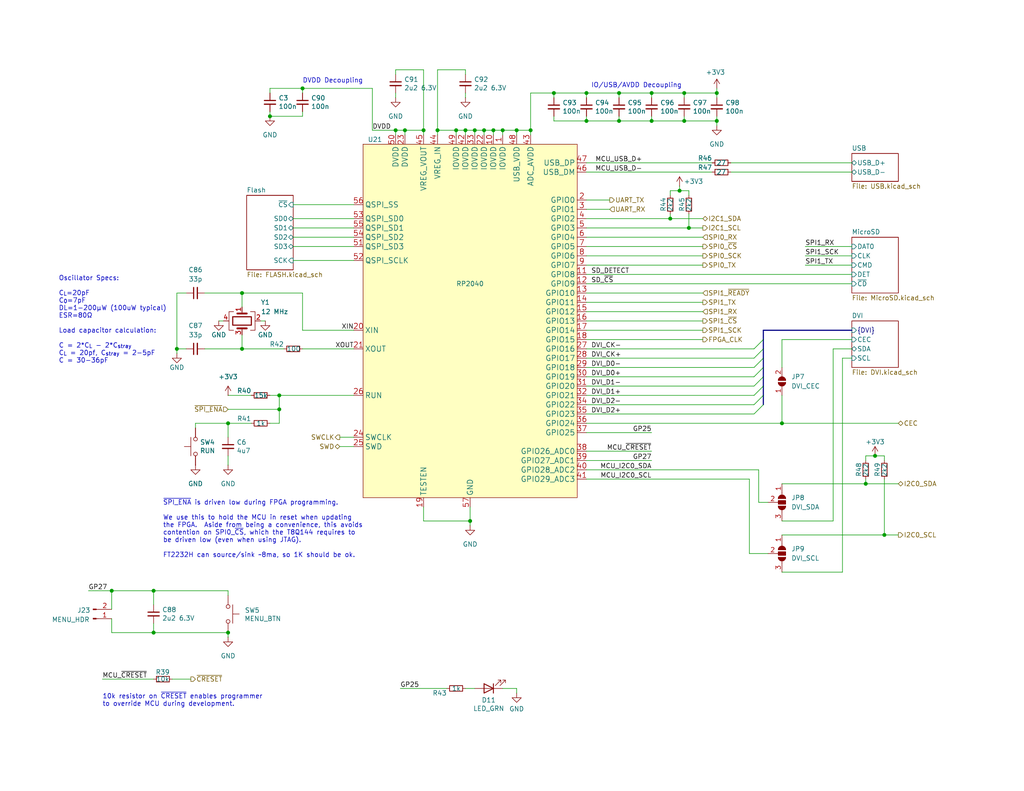
<source format=kicad_sch>
(kicad_sch (version 20231120) (generator "eeschema") (generator_version "8.0")
  (paper "A")
  (title_block (title "EconoPET 40/8096") (date "2023-10-01") (rev "A"))
  (lib_symbols
    (symbol "Connector:Conn_01x02_Pin" (pin_names (offset 1.016) hide)
      (property "Reference" "J" (at 0 2.54 0))
      (property "Value" "Conn_01x02_Pin" (at 0 -5.08 0))
      (symbol "Conn_01x02_Pin_1_1"
        (polyline (pts (xy 1.27 -2.54) (xy 0.8636 -2.54)) (stroke (width 0.1524)))
        (polyline (pts (xy 1.27 0) (xy 0.8636 0)) (stroke (width 0.1524)))
        (rectangle (start 0.8636 -2.413) (end 0 -2.667) (stroke (width 0.1524)) (fill (type outline)))
        (rectangle (start 0.8636 0.127) (end 0 -0.127) (stroke (width 0.1524)) (fill (type outline)))
        (pin passive line (at 5.08 0 180) (length 3.81) (name "Pin_1") (number "1"))
        (pin passive line (at 5.08 -2.54 180) (length 3.81) (name "Pin_2") (number "2"))
      )
    )
    (symbol "Device:C_Small" (pin_numbers hide) (pin_names (offset 0.254) hide)
      (property "Reference" "C" (at 0.254 1.778 0))
      (property "Value" "C_Small" (at 0.254 -2.032 0))
      (symbol "C_Small_0_1"
        (polyline (pts (xy -1.524 -0.508) (xy 1.524 -0.508)) (stroke (width 0.3302)))
        (polyline (pts (xy -1.524 0.508) (xy 1.524 0.508)) (stroke (width 0.3048)))
      )
      (symbol "C_Small_1_1"
        (pin passive line (at 0 2.54 270) (length 2.032) (name "~") (number "1"))
        (pin passive line (at 0 -2.54 90) (length 2.032) (name "~") (number "2"))
      )
    )
    (symbol "Device:Crystal_GND24" (pin_names (offset 1.016) hide)
      (property "Reference" "Y" (at 3.175 5.08 0))
      (property "Value" "Crystal_GND24" (at 3.175 3.175 0))
      (symbol "Crystal_GND24_0_1"
        (rectangle (start -1.143 2.54) (end 1.143 -2.54) (stroke (width 0.3048)))
        (polyline (pts (xy -2.54 0) (xy -2.032 0)))
        (polyline (pts (xy -2.032 -1.27) (xy -2.032 1.27)) (stroke (width 0.508)))
        (polyline (pts (xy 0 -3.81) (xy 0 -3.556)))
        (polyline (pts (xy 0 3.556) (xy 0 3.81)))
        (polyline (pts (xy 2.032 -1.27) (xy 2.032 1.27)) (stroke (width 0.508)))
        (polyline (pts (xy 2.032 0) (xy 2.54 0)))
        (polyline (pts (xy -2.54 -2.286) (xy -2.54 -3.556) (xy 2.54 -3.556) (xy 2.54 -2.286)))
        (polyline (pts (xy -2.54 2.286) (xy -2.54 3.556) (xy 2.54 3.556) (xy 2.54 2.286)))
      )
      (symbol "Crystal_GND24_1_1"
        (pin passive line (at -3.81 0 0) (length 1.27) (name "1") (number "1"))
        (pin passive line (at 0 5.08 270) (length 1.27) (name "2") (number "2"))
        (pin passive line (at 3.81 0 180) (length 1.27) (name "3") (number "3"))
        (pin passive line (at 0 -5.08 90) (length 1.27) (name "4") (number "4"))
      )
    )
    (symbol "Device:LED" (pin_numbers hide) (pin_names (offset 1.016) hide)
      (property "Reference" "D" (at 0 2.54 0))
      (property "Value" "LED" (at 0 -2.54 0))
      (symbol "LED_0_1"
        (polyline (pts (xy -1.27 -1.27) (xy -1.27 1.27)) (stroke (width 0.254)))
        (polyline (pts (xy -1.27 0) (xy 1.27 0)))
        (polyline (pts (xy 1.27 -1.27) (xy 1.27 1.27) (xy -1.27 0) (xy 1.27 -1.27)) (stroke (width 0.254)))
        (polyline (pts (xy -3.048 -0.762) (xy -4.572 -2.286) (xy -3.81 -2.286) (xy -4.572 -2.286) (xy -4.572 -1.524)))
        (polyline (pts (xy -1.778 -0.762) (xy -3.302 -2.286) (xy -2.54 -2.286) (xy -3.302 -2.286) (xy -3.302 -1.524)))
      )
      (symbol "LED_1_1"
        (pin passive line (at -3.81 0 0) (length 2.54) (name "K") (number "1"))
        (pin passive line (at 3.81 0 180) (length 2.54) (name "A") (number "2"))
      )
    )
    (symbol "Device:R_Small" (pin_numbers hide) (pin_names (offset 0.254) hide)
      (property "Reference" "R" (at 0.762 0.508 0))
      (property "Value" "R_Small" (at 0.762 -1.016 0))
      (symbol "R_Small_0_1"
        (rectangle (start -0.762 1.778) (end 0.762 -1.778) (stroke (width 0.2032)))
      )
      (symbol "R_Small_1_1"
        (pin passive line (at 0 2.54 270) (length 0.762) (name "~") (number "1"))
        (pin passive line (at 0 -2.54 90) (length 0.762) (name "~") (number "2"))
      )
    )
    (symbol "EconoPET:RP2040"
      (property "Reference" "U" (at -27.94 39.37 0))
      (property "Value" "RP2040" (at -3.81 0 0))
      (symbol "RP2040_0_0"
        (rectangle (start -29.21 38.1) (end 29.21 -58.42) (fill (type background)))
        (pin power_in line (at 8.89 40.64 270) (length 2.54) (name "IOVDD") (number "1"))
        (pin power_in line (at 6.35 40.64 270) (length 2.54) (name "IOVDD") (number "10"))
        (pin bidirectional line (at 31.75 2.54 180) (length 2.54) (name "GPIO8") (number "11"))
        (pin bidirectional line (at 31.75 0 180) (length 2.54) (name "GPIO9") (number "12"))
        (pin bidirectional line (at 31.75 -2.54 180) (length 2.54) (name "GPIO10") (number "13"))
        (pin bidirectional line (at 31.75 -5.08 180) (length 2.54) (name "GPIO11") (number "14"))
        (pin bidirectional line (at 31.75 -7.62 180) (length 2.54) (name "GPIO12") (number "15"))
        (pin bidirectional line (at 31.75 -10.16 180) (length 2.54) (name "GPIO13") (number "16"))
        (pin bidirectional line (at 31.75 -12.7 180) (length 2.54) (name "GPIO14") (number "17"))
        (pin bidirectional line (at 31.75 -15.24 180) (length 2.54) (name "GPIO15") (number "18"))
        (pin input line (at -12.7 -60.96 90) (length 2.54) (name "TESTEN") (number "19"))
        (pin bidirectional line (at 31.75 22.86 180) (length 2.54) (name "GPIO0") (number "2"))
        (pin input line (at -31.75 -12.7 0) (length 2.54) (name "XIN") (number "20"))
        (pin output line (at -31.75 -17.78 0) (length 2.54) (name "XOUT") (number "21"))
        (pin power_in line (at 3.81 40.64 270) (length 2.54) (name "IOVDD") (number "22"))
        (pin power_in line (at -17.78 40.64 270) (length 2.54) (name "DVDD") (number "23"))
        (pin output line (at -31.75 -41.91 0) (length 2.54) (name "SWCLK") (number "24"))
        (pin bidirectional line (at -31.75 -44.45 0) (length 2.54) (name "SWD") (number "25"))
        (pin input line (at -31.75 -30.48 0) (length 2.54) (name "RUN") (number "26"))
        (pin bidirectional line (at 31.75 -17.78 180) (length 2.54) (name "GPIO16") (number "27"))
        (pin bidirectional line (at 31.75 -20.32 180) (length 2.54) (name "GPIO17") (number "28"))
        (pin bidirectional line (at 31.75 -22.86 180) (length 2.54) (name "GPIO18") (number "29"))
        (pin bidirectional line (at 31.75 20.32 180) (length 2.54) (name "GPIO1") (number "3"))
        (pin bidirectional line (at 31.75 -25.4 180) (length 2.54) (name "GPIO19") (number "30"))
        (pin bidirectional line (at 31.75 -27.94 180) (length 2.54) (name "GPIO20") (number "31"))
        (pin bidirectional line (at 31.75 -30.48 180) (length 2.54) (name "GPIO21") (number "32"))
        (pin power_in line (at 1.27 40.64 270) (length 2.54) (name "IOVDD") (number "33"))
        (pin bidirectional line (at 31.75 -33.02 180) (length 2.54) (name "GPIO22") (number "34"))
        (pin bidirectional line (at 31.75 -35.56 180) (length 2.54) (name "GPIO23") (number "35"))
        (pin bidirectional line (at 31.75 -38.1 180) (length 2.54) (name "GPIO24") (number "36"))
        (pin bidirectional line (at 31.75 -40.64 180) (length 2.54) (name "GPIO25") (number "37"))
        (pin bidirectional line (at 31.75 -45.72 180) (length 2.54) (name "GPIO26_ADC0") (number "38"))
        (pin bidirectional line (at 31.75 -48.26 180) (length 2.54) (name "GPIO27_ADC1") (number "39"))
        (pin bidirectional line (at 31.75 17.78 180) (length 2.54) (name "GPIO2") (number "4"))
        (pin bidirectional line (at 31.75 -50.8 180) (length 2.54) (name "GPIO28_ADC2") (number "40"))
        (pin bidirectional line (at 31.75 -53.34 180) (length 2.54) (name "GPIO29_ADC3") (number "41"))
        (pin power_in line (at -1.27 40.64 270) (length 2.54) (name "IOVDD") (number "42"))
        (pin power_in line (at 16.51 40.64 270) (length 2.54) (name "ADC_AVDD") (number "43"))
        (pin power_in line (at -8.89 40.64 270) (length 2.54) (name "VREG_IN") (number "44"))
        (pin power_out line (at -12.7 40.64 270) (length 2.54) (name "VREG_VOUT") (number "45"))
        (pin bidirectional line (at 31.75 30.48 180) (length 2.54) (name "USB_DM") (number "46"))
        (pin bidirectional line (at 31.75 33.02 180) (length 2.54) (name "USB_DP") (number "47"))
        (pin power_in line (at 12.7 40.64 270) (length 2.54) (name "USB_VDD") (number "48"))
        (pin power_in line (at -3.81 40.64 270) (length 2.54) (name "IOVDD") (number "49"))
        (pin bidirectional line (at 31.75 15.24 180) (length 2.54) (name "GPIO3") (number "5"))
        (pin power_in line (at -20.32 40.64 270) (length 2.54) (name "DVDD") (number "50"))
        (pin bidirectional line (at -31.75 10.16 0) (length 2.54) (name "QSPI_SD3") (number "51"))
        (pin output line (at -31.75 6.35 0) (length 2.54) (name "QSPI_SCLK") (number "52"))
        (pin bidirectional line (at -31.75 17.78 0) (length 2.54) (name "QSPI_SD0") (number "53"))
        (pin bidirectional line (at -31.75 12.7 0) (length 2.54) (name "QSPI_SD2") (number "54"))
        (pin bidirectional line (at -31.75 15.24 0) (length 2.54) (name "QSPI_SD1") (number "55"))
        (pin bidirectional line (at -31.75 21.59 0) (length 2.54) (name "QSPI_SS") (number "56"))
        (pin power_in line (at 0 -60.96 90) (length 2.54) (name "GND") (number "57"))
        (pin bidirectional line (at 31.75 12.7 180) (length 2.54) (name "GPIO4") (number "6"))
        (pin bidirectional line (at 31.75 10.16 180) (length 2.54) (name "GPIO5") (number "7"))
        (pin bidirectional line (at 31.75 7.62 180) (length 2.54) (name "GPIO6") (number "8"))
        (pin bidirectional line (at 31.75 5.08 180) (length 2.54) (name "GPIO7") (number "9"))
      )
    )
    (symbol "Jumper:SolderJumper_2_Open" (pin_names (offset 0) hide)
      (property "Reference" "JP" (at 0 2.032 0))
      (property "Value" "SolderJumper_2_Open" (at 0 -2.54 0))
      (symbol "SolderJumper_2_Open_0_1"
        (arc (start -0.254 1.016) (mid -1.2655 0) (end -0.254 -1.016))
        (arc (start -0.254 1.016) (mid -1.2655 0) (end -0.254 -1.016) (fill (type outline)))
        (polyline (pts (xy -0.254 1.016) (xy -0.254 -1.016)))
        (polyline (pts (xy 0.254 1.016) (xy 0.254 -1.016)))
        (arc (start 0.254 -1.016) (mid 1.2655 0) (end 0.254 1.016))
        (arc (start 0.254 -1.016) (mid 1.2655 0) (end 0.254 1.016) (fill (type outline)))
      )
      (symbol "SolderJumper_2_Open_1_1"
        (pin passive line (at -3.81 0 0) (length 2.54) (name "A") (number "1"))
        (pin passive line (at 3.81 0 180) (length 2.54) (name "B") (number "2"))
      )
    )
    (symbol "Jumper:SolderJumper_3_Open" (pin_names (offset 0) hide)
      (property "Reference" "JP" (at -2.54 -2.54 0))
      (property "Value" "SolderJumper_3_Open" (at 0 2.794 0))
      (symbol "SolderJumper_3_Open_0_1"
        (arc (start -1.016 1.016) (mid -2.0275 0) (end -1.016 -1.016))
        (arc (start -1.016 1.016) (mid -2.0275 0) (end -1.016 -1.016) (fill (type outline)))
        (rectangle (start -0.508 1.016) (end 0.508 -1.016) (fill (type outline)))
        (polyline (pts (xy -2.54 0) (xy -2.032 0)))
        (polyline (pts (xy -1.016 1.016) (xy -1.016 -1.016)))
        (polyline (pts (xy 0 -1.27) (xy 0 -1.016)))
        (polyline (pts (xy 1.016 1.016) (xy 1.016 -1.016)))
        (polyline (pts (xy 2.54 0) (xy 2.032 0)))
        (arc (start 1.016 -1.016) (mid 2.0275 0) (end 1.016 1.016))
        (arc (start 1.016 -1.016) (mid 2.0275 0) (end 1.016 1.016) (fill (type outline)))
      )
      (symbol "SolderJumper_3_Open_1_1"
        (pin passive line (at -5.08 0 0) (length 2.54) (name "A") (number "1"))
        (pin passive line (at 0 -3.81 90) (length 2.54) (name "C") (number "2"))
        (pin passive line (at 5.08 0 180) (length 2.54) (name "B") (number "3"))
      )
    )
    (symbol "Switch:SW_Push" (pin_numbers hide) (pin_names (offset 1.016) hide)
      (property "Reference" "SW" (at 1.27 2.54 0))
      (property "Value" "SW_Push" (at 0 -1.524 0))
      (symbol "SW_Push_0_1"
        (circle (center -2.032 0) (radius 0.508))
        (polyline (pts (xy 0 1.27) (xy 0 3.048)))
        (polyline (pts (xy 2.54 1.27) (xy -2.54 1.27)))
        (circle (center 2.032 0) (radius 0.508))
        (pin passive line (at -5.08 0 0) (length 2.54) (name "1") (number "1"))
        (pin passive line (at 5.08 0 180) (length 2.54) (name "2") (number "2"))
      )
    )
    (symbol "power:+3V3" (power) (pin_numbers hide) (pin_names (offset 0) hide)
      (property "Value" "+3V3" (at 0 3.556 0))
      (symbol "+3V3_0_1"
        (polyline (pts (xy -0.762 1.27) (xy 0 2.54)))
        (polyline (pts (xy 0 0) (xy 0 2.54)))
        (polyline (pts (xy 0 2.54) (xy 0.762 1.27)))
      )
      (symbol "+3V3_1_1"
        (pin power_in line (at 0 0 90) (length 0) (name "~") (number "1"))
      )
    )
    (symbol "power:GND" (power) (pin_numbers hide) (pin_names (offset 0) hide)
      (property "Value" "GND" (at 0 -3.81 0))
      (symbol "GND_0_1"
        (polyline (pts (xy 0 0) (xy 0 -1.27) (xy 1.27 -1.27) (xy 0 -2.54) (xy -1.27 -1.27) (xy 0 -1.27)))
      )
      (symbol "GND_1_1"
        (pin power_in line (at 0 0 270) (length 0) (name "~") (number "1"))
      )
    )
  )
  (junction (at 134.62 35.56))
  (junction (at 110.49 35.56))
  (junction (at 41.91 161.29))
  (junction (at 195.58 25.4))
  (junction (at 41.91 172.72))
  (junction (at 182.88 59.69))
  (junction (at 177.8 33.02))
  (junction (at 119.38 35.56))
  (junction (at 160.02 33.02))
  (junction (at 151.13 25.4))
  (junction (at 62.23 115.57))
  (junction (at 160.02 25.4))
  (junction (at 66.04 80.01))
  (junction (at 82.55 24.13))
  (junction (at 168.91 33.02))
  (junction (at 48.26 95.25))
  (junction (at 238.76 124.46))
  (junction (at 185.42 52.07))
  (junction (at 62.23 172.72))
  (junction (at 76.2 111.76))
  (junction (at 186.69 25.4))
  (junction (at 115.57 35.56))
  (junction (at 129.54 35.56))
  (junction (at 168.91 25.4))
  (junction (at 195.58 33.02))
  (junction (at 128.27 142.24))
  (junction (at 107.95 35.56))
  (junction (at 236.22 132.08))
  (junction (at 213.36 115.57))
  (junction (at 66.04 95.25))
  (junction (at 144.78 35.56))
  (junction (at 76.2 107.95))
  (junction (at 132.08 35.56))
  (junction (at 186.69 33.02))
  (junction (at 241.3 146.05))
  (junction (at 127 35.56))
  (junction (at 187.96 62.23))
  (junction (at 177.8 25.4))
  (junction (at 137.16 35.56))
  (junction (at 140.97 35.56))
  (junction (at 30.48 161.29))
  (junction (at 73.66 31.75))
  (junction (at 124.46 35.56))
  (bus_entry (at 208.28 107.95) (size -2.54 2.54))
  (bus_entry (at 208.28 110.49) (size -2.54 2.54))
  (bus_entry (at 208.28 100.33) (size -2.54 2.54))
  (bus_entry (at 208.28 102.87) (size -2.54 2.54))
  (bus_entry (at 208.28 97.79) (size -2.54 2.54))
  (bus_entry (at 208.28 105.41) (size -2.54 2.54))
  (bus_entry (at 208.28 95.25) (size -2.54 2.54))
  (bus_entry (at 208.28 92.71) (size -2.54 2.54))
  (wire (pts (xy 186.69 25.4) (xy 186.69 26.67)))
  (wire (pts (xy 144.78 25.4) (xy 144.78 35.56)))
  (wire (pts (xy 241.3 124.46) (xy 241.3 125.73)))
  (wire (pts (xy 151.13 25.4) (xy 160.02 25.4)))
  (wire (pts (xy 160.02 72.39) (xy 191.77 72.39)))
  (wire (pts (xy 187.96 58.42) (xy 187.96 62.23)))
  (wire (pts (xy 92.71 119.38) (xy 96.52 119.38)))
  (wire (pts (xy 73.66 107.95) (xy 76.2 107.95)))
  (wire (pts (xy 185.42 52.07) (xy 187.96 52.07)))
  (wire (pts (xy 160.02 57.15) (xy 166.37 57.15)))
  (wire (pts (xy 177.8 25.4) (xy 186.69 25.4)))
  (wire (pts (xy 92.71 121.92) (xy 96.52 121.92)))
  (wire (pts (xy 160.02 125.73) (xy 177.8 125.73)))
  (wire (pts (xy 107.95 19.05) (xy 107.95 20.32)))
  (wire (pts (xy 134.62 35.56) (xy 132.08 35.56)))
  (wire (pts (xy 160.02 25.4) (xy 160.02 26.67)))
  (wire (pts (xy 160.02 46.99) (xy 194.31 46.99)))
  (wire (pts (xy 187.96 62.23) (xy 160.02 62.23)))
  (wire (pts (xy 213.36 92.71) (xy 213.36 100.33)))
  (wire (pts (xy 55.88 95.25) (xy 66.04 95.25)))
  (wire (pts (xy 207.01 128.27) (xy 207.01 137.16)))
  (wire (pts (xy 160.02 64.77) (xy 191.77 64.77)))
  (wire (pts (xy 199.39 44.45) (xy 232.41 44.45)))
  (wire (pts (xy 62.23 115.57) (xy 62.23 119.38)))
  (wire (pts (xy 76.2 111.76) (xy 76.2 107.95)))
  (wire (pts (xy 30.48 168.91) (xy 30.48 172.72)))
  (wire (pts (xy 187.96 52.07) (xy 187.96 53.34)))
  (wire (pts (xy 82.55 80.01) (xy 82.55 90.17)))
  (wire (pts (xy 62.23 124.46) (xy 62.23 127)))
  (wire (pts (xy 110.49 35.56) (xy 110.49 36.83)))
  (wire (pts (xy 219.71 69.85) (xy 232.41 69.85)))
  (wire (pts (xy 186.69 25.4) (xy 195.58 25.4)))
  (wire (pts (xy 236.22 125.73) (xy 236.22 124.46)))
  (wire (pts (xy 182.88 52.07) (xy 185.42 52.07)))
  (wire (pts (xy 134.62 35.56) (xy 134.62 36.83)))
  (wire (pts (xy 55.88 80.01) (xy 66.04 80.01)))
  (wire (pts (xy 73.66 24.13) (xy 82.55 24.13)))
  (wire (pts (xy 132.08 35.56) (xy 132.08 36.83)))
  (wire (pts (xy 168.91 25.4) (xy 177.8 25.4)))
  (wire (pts (xy 219.71 67.31) (xy 232.41 67.31)))
  (wire (pts (xy 132.08 35.56) (xy 129.54 35.56)))
  (wire (pts (xy 144.78 35.56) (xy 140.97 35.56)))
  (wire (pts (xy 160.02 102.87) (xy 205.74 102.87)))
  (wire (pts (xy 160.02 118.11) (xy 177.8 118.11)))
  (wire (pts (xy 76.2 115.57) (xy 76.2 111.76)))
  (wire (pts (xy 238.76 124.46) (xy 241.3 124.46)))
  (wire (pts (xy 115.57 19.05) (xy 115.57 35.56)))
  (wire (pts (xy 160.02 100.33) (xy 205.74 100.33)))
  (wire (pts (xy 186.69 31.75) (xy 186.69 33.02)))
  (wire (pts (xy 62.23 115.57) (xy 68.58 115.57)))
  (wire (pts (xy 186.69 33.02) (xy 177.8 33.02)))
  (wire (pts (xy 27.94 185.42) (xy 41.91 185.42)))
  (wire (pts (xy 48.26 80.01) (xy 48.26 95.25)))
  (wire (pts (xy 82.55 24.13) (xy 101.6 24.13)))
  (wire (pts (xy 213.36 92.71) (xy 232.41 92.71)))
  (wire (pts (xy 177.8 33.02) (xy 168.91 33.02)))
  (wire (pts (xy 160.02 77.47) (xy 232.41 77.47)))
  (wire (pts (xy 82.55 90.17) (xy 96.52 90.17)))
  (wire (pts (xy 160.02 90.17) (xy 191.77 90.17)))
  (wire (pts (xy 82.55 24.13) (xy 82.55 25.4)))
  (wire (pts (xy 213.36 115.57) (xy 245.11 115.57)))
  (wire (pts (xy 219.71 72.39) (xy 232.41 72.39)))
  (wire (pts (xy 82.55 95.25) (xy 96.52 95.25)))
  (wire (pts (xy 160.02 33.02) (xy 151.13 33.02)))
  (wire (pts (xy 80.01 64.77) (xy 96.52 64.77)))
  (wire (pts (xy 140.97 35.56) (xy 140.97 36.83)))
  (bus (pts (xy 208.28 90.17) (xy 208.28 92.71)))
  (wire (pts (xy 160.02 110.49) (xy 205.74 110.49)))
  (wire (pts (xy 30.48 172.72) (xy 41.91 172.72)))
  (wire (pts (xy 128.27 138.43) (xy 128.27 142.24)))
  (wire (pts (xy 48.26 95.25) (xy 50.8 95.25)))
  (wire (pts (xy 41.91 170.18) (xy 41.91 172.72)))
  (wire (pts (xy 59.69 87.63) (xy 60.96 87.63)))
  (wire (pts (xy 119.38 19.05) (xy 127 19.05)))
  (wire (pts (xy 110.49 35.56) (xy 107.95 35.56)))
  (wire (pts (xy 182.88 59.69) (xy 191.77 59.69)))
  (wire (pts (xy 107.95 19.05) (xy 115.57 19.05)))
  (wire (pts (xy 195.58 31.75) (xy 195.58 33.02)))
  (wire (pts (xy 229.87 97.79) (xy 229.87 156.21)))
  (wire (pts (xy 160.02 130.81) (xy 204.47 130.81)))
  (wire (pts (xy 160.02 85.09) (xy 191.77 85.09)))
  (wire (pts (xy 195.58 34.29) (xy 195.58 33.02)))
  (wire (pts (xy 62.23 107.95) (xy 68.58 107.95)))
  (wire (pts (xy 101.6 24.13) (xy 101.6 35.56)))
  (wire (pts (xy 151.13 33.02) (xy 151.13 31.75)))
  (wire (pts (xy 127 187.96) (xy 129.54 187.96)))
  (wire (pts (xy 160.02 107.95) (xy 205.74 107.95)))
  (wire (pts (xy 213.36 142.24) (xy 227.33 142.24)))
  (wire (pts (xy 82.55 31.75) (xy 73.66 31.75)))
  (wire (pts (xy 124.46 35.56) (xy 124.46 36.83)))
  (wire (pts (xy 182.88 58.42) (xy 182.88 59.69)))
  (wire (pts (xy 107.95 25.4) (xy 107.95 26.67)))
  (wire (pts (xy 160.02 69.85) (xy 191.77 69.85)))
  (bus (pts (xy 208.28 97.79) (xy 208.28 100.33)))
  (wire (pts (xy 168.91 25.4) (xy 168.91 26.67)))
  (wire (pts (xy 227.33 95.25) (xy 232.41 95.25)))
  (wire (pts (xy 80.01 59.69) (xy 96.52 59.69)))
  (wire (pts (xy 73.66 24.13) (xy 73.66 25.4)))
  (wire (pts (xy 213.36 132.08) (xy 236.22 132.08)))
  (wire (pts (xy 168.91 31.75) (xy 168.91 33.02)))
  (wire (pts (xy 109.22 187.96) (xy 121.92 187.96)))
  (wire (pts (xy 41.91 161.29) (xy 62.23 161.29)))
  (wire (pts (xy 66.04 80.01) (xy 66.04 83.82)))
  (wire (pts (xy 127 35.56) (xy 124.46 35.56)))
  (wire (pts (xy 160.02 87.63) (xy 191.77 87.63)))
  (bus (pts (xy 208.28 90.17) (xy 232.41 90.17)))
  (wire (pts (xy 160.02 105.41) (xy 205.74 105.41)))
  (wire (pts (xy 137.16 36.83) (xy 137.16 35.56)))
  (wire (pts (xy 127 35.56) (xy 127 36.83)))
  (wire (pts (xy 160.02 54.61) (xy 166.37 54.61)))
  (wire (pts (xy 160.02 67.31) (xy 191.77 67.31)))
  (wire (pts (xy 160.02 95.25) (xy 205.74 95.25)))
  (wire (pts (xy 128.27 142.24) (xy 128.27 143.51)))
  (wire (pts (xy 48.26 95.25) (xy 48.26 96.52)))
  (wire (pts (xy 182.88 59.69) (xy 160.02 59.69)))
  (wire (pts (xy 195.58 33.02) (xy 186.69 33.02)))
  (wire (pts (xy 53.34 115.57) (xy 62.23 115.57)))
  (wire (pts (xy 236.22 132.08) (xy 245.11 132.08)))
  (wire (pts (xy 160.02 82.55) (xy 191.77 82.55)))
  (wire (pts (xy 66.04 80.01) (xy 82.55 80.01)))
  (wire (pts (xy 227.33 142.24) (xy 227.33 95.25)))
  (wire (pts (xy 82.55 30.48) (xy 82.55 31.75)))
  (wire (pts (xy 41.91 161.29) (xy 41.91 165.1)))
  (wire (pts (xy 80.01 62.23) (xy 96.52 62.23)))
  (wire (pts (xy 73.66 115.57) (xy 76.2 115.57)))
  (wire (pts (xy 204.47 130.81) (xy 204.47 151.13)))
  (wire (pts (xy 236.22 130.81) (xy 236.22 132.08)))
  (bus (pts (xy 208.28 105.41) (xy 208.28 107.95)))
  (wire (pts (xy 80.01 55.88) (xy 96.52 55.88)))
  (wire (pts (xy 41.91 172.72) (xy 62.23 172.72)))
  (wire (pts (xy 62.23 111.76) (xy 76.2 111.76)))
  (wire (pts (xy 160.02 97.79) (xy 205.74 97.79)))
  (wire (pts (xy 119.38 35.56) (xy 119.38 19.05)))
  (wire (pts (xy 137.16 187.96) (xy 140.97 187.96)))
  (wire (pts (xy 30.48 161.29) (xy 41.91 161.29)))
  (wire (pts (xy 50.8 80.01) (xy 48.26 80.01)))
  (wire (pts (xy 160.02 74.93) (xy 232.41 74.93)))
  (wire (pts (xy 151.13 25.4) (xy 144.78 25.4)))
  (wire (pts (xy 160.02 92.71) (xy 191.77 92.71)))
  (wire (pts (xy 80.01 67.31) (xy 96.52 67.31)))
  (wire (pts (xy 66.04 95.25) (xy 66.04 91.44)))
  (wire (pts (xy 213.36 146.05) (xy 241.3 146.05)))
  (wire (pts (xy 127 19.05) (xy 127 20.32)))
  (wire (pts (xy 53.34 115.57) (xy 53.34 116.84)))
  (wire (pts (xy 182.88 53.34) (xy 182.88 52.07)))
  (wire (pts (xy 213.36 107.95) (xy 213.36 115.57)))
  (wire (pts (xy 137.16 35.56) (xy 140.97 35.56)))
  (wire (pts (xy 195.58 24.13) (xy 195.58 25.4)))
  (bus (pts (xy 208.28 102.87) (xy 208.28 105.41)))
  (wire (pts (xy 115.57 138.43) (xy 115.57 142.24)))
  (wire (pts (xy 137.16 35.56) (xy 134.62 35.56)))
  (wire (pts (xy 199.39 46.99) (xy 232.41 46.99)))
  (wire (pts (xy 119.38 36.83) (xy 119.38 35.56)))
  (wire (pts (xy 76.2 107.95) (xy 96.52 107.95)))
  (wire (pts (xy 185.42 50.8) (xy 185.42 52.07)))
  (wire (pts (xy 177.8 25.4) (xy 177.8 26.67)))
  (wire (pts (xy 46.99 185.42) (xy 52.07 185.42)))
  (wire (pts (xy 160.02 128.27) (xy 207.01 128.27)))
  (wire (pts (xy 144.78 36.83) (xy 144.78 35.56)))
  (wire (pts (xy 119.38 35.56) (xy 124.46 35.56)))
  (wire (pts (xy 160.02 44.45) (xy 194.31 44.45)))
  (bus (pts (xy 208.28 100.33) (xy 208.28 102.87)))
  (wire (pts (xy 71.12 87.63) (xy 72.39 87.63)))
  (wire (pts (xy 207.01 137.16) (xy 209.55 137.16)))
  (wire (pts (xy 101.6 35.56) (xy 107.95 35.56)))
  (bus (pts (xy 208.28 92.71) (xy 208.28 95.25)))
  (wire (pts (xy 160.02 31.75) (xy 160.02 33.02)))
  (wire (pts (xy 229.87 97.79) (xy 232.41 97.79)))
  (wire (pts (xy 115.57 142.24) (xy 128.27 142.24)))
  (wire (pts (xy 110.49 35.56) (xy 115.57 35.56)))
  (wire (pts (xy 24.13 161.29) (xy 30.48 161.29)))
  (wire (pts (xy 66.04 95.25) (xy 77.47 95.25)))
  (wire (pts (xy 151.13 26.67) (xy 151.13 25.4)))
  (wire (pts (xy 140.97 187.96) (xy 140.97 189.23)))
  (bus (pts (xy 208.28 95.25) (xy 208.28 97.79)))
  (wire (pts (xy 80.01 71.12) (xy 96.52 71.12)))
  (wire (pts (xy 62.23 172.72) (xy 62.23 173.99)))
  (wire (pts (xy 204.47 151.13) (xy 209.55 151.13)))
  (bus (pts (xy 208.28 107.95) (xy 208.28 110.49)))
  (wire (pts (xy 160.02 113.03) (xy 205.74 113.03)))
  (wire (pts (xy 236.22 124.46) (xy 238.76 124.46)))
  (wire (pts (xy 160.02 123.19) (xy 177.8 123.19)))
  (wire (pts (xy 195.58 25.4) (xy 195.58 26.67)))
  (wire (pts (xy 177.8 31.75) (xy 177.8 33.02)))
  (wire (pts (xy 129.54 35.56) (xy 129.54 36.83)))
  (wire (pts (xy 127 25.4) (xy 127 26.67)))
  (wire (pts (xy 229.87 156.21) (xy 213.36 156.21)))
  (wire (pts (xy 107.95 35.56) (xy 107.95 36.83)))
  (wire (pts (xy 62.23 161.29) (xy 62.23 162.56)))
  (wire (pts (xy 241.3 146.05) (xy 245.11 146.05)))
  (wire (pts (xy 168.91 33.02) (xy 160.02 33.02)))
  (wire (pts (xy 160.02 115.57) (xy 213.36 115.57)))
  (wire (pts (xy 160.02 80.01) (xy 191.77 80.01)))
  (wire (pts (xy 115.57 35.56) (xy 115.57 36.83)))
  (wire (pts (xy 73.66 30.48) (xy 73.66 31.75)))
  (wire (pts (xy 30.48 161.29) (xy 30.48 166.37)))
  (wire (pts (xy 129.54 35.56) (xy 127 35.56)))
  (wire (pts (xy 241.3 130.81) (xy 241.3 146.05)))
  (wire (pts (xy 160.02 25.4) (xy 168.91 25.4)))
  (wire (pts (xy 187.96 62.23) (xy 191.77 62.23)))
  (text "IO/USB/AVDD Decoupling" (at 161.29 24.13 0) (effects (font (size 1.27 1.27)) (justify left bottom)))
  (text "Oscillator Specs:\n\nC_{L}=20pF\nC_{0}=7pF\nDL=1-200μW (100uW typical)\nESR=80Ω\n\nLoad capacitor calculation:\n\nC = 2*C_{L} - 2*C_{stray}\nC_{L} = 20pf, C_{stray} = 2-5pF\nC = 30-36pF" (at 16.002 99.314 0) (effects (font (size 1.27 1.27)) (justify left bottom)))
  (text "~{SPI_ENA} is driven low during FPGA programming.\n\nWe use this to hold the MCU in reset when updating\nthe FPGA.  Aside from being a convenience, this avoids\ncontention on SPI0_~{CS}, which the T8Q144 requires to\nbe driven low (even when using JTAG).\n\nFT2232H can source/sink ~8ma, so 1K should be ok.\n" (at 44.45 152.4 0) (effects (font (size 1.27 1.27)) (justify left bottom)))
  (text "DVDD Decoupling" (at 82.55 22.86 0) (effects (font (size 1.27 1.27)) (justify left bottom)))
  (text "10k resistor on ~{CRESET} enables programmer\nto override MCU during development." (at 27.94 193.04 0) (effects (font (size 1.27 1.27)) (justify left bottom)))
  (label "DVI_CK+" (at 161.29 97.79 0))
  (label "DVI_D2-" (at 161.29 110.49 0))
  (label "DVI_D0+" (at 161.29 102.87 0))
  (label "DVI_CK-" (at 161.29 95.25 0))
  (label "MCU_~{CRESET}" (at 177.8 123.19 180))
  (label "DVI_D2+" (at 161.29 113.03 0))
  (label "XOUT" (at 96.52 95.25 180))
  (label "GP25" (at 109.22 187.96 0))
  (label "GP25" (at 177.8 118.11 180))
  (label "DVI_D1+" (at 161.29 107.95 0))
  (label "DVI_D1-" (at 161.29 105.41 0))
  (label "SPI1_RX" (at 219.71 67.31 0))
  (label "SPI1_TX" (at 219.71 72.39 0))
  (label "MCU_USB_D+" (at 175.26 44.45 180))
  (label "MCU_USB_D-" (at 175.26 46.99 180))
  (label "MCU_I2C0_SCL" (at 177.8 130.81 180))
  (label "GP27" (at 24.13 161.29 0))
  (label "SD_DETECT" (at 161.29 74.93 0))
  (label "MCU_~{CRESET}" (at 27.94 185.42 0))
  (label "SPI1_SCK" (at 219.71 69.85 0))
  (label "DVI_D0-" (at 161.29 100.33 0))
  (label "MCU_I2C0_SDA" (at 177.8 128.27 180))
  (label "SD_~{CS}" (at 161.29 77.47 0))
  (label "GP27" (at 177.8 125.73 180))
  (label "DVDD" (at 101.6 35.56 0))
  (label "XIN" (at 96.52 90.17 180))
  (hierarchical_label "I2C0_SDA" (shape bidirectional) (at 245.11 132.08 0))
  (hierarchical_label "FPGA_CLK" (shape output) (at 191.77 92.71 0))
  (hierarchical_label "I2C1_SDA" (shape bidirectional) (at 191.77 59.69 0))
  (hierarchical_label "~{CRESET}" (shape output) (at 52.07 185.42 0))
  (hierarchical_label "CEC" (shape bidirectional) (at 245.11 115.57 0))
  (hierarchical_label "SPI1_TX" (shape output) (at 191.77 82.55 0))
  (hierarchical_label "SPI1_RX" (shape input) (at 191.77 85.09 0))
  (hierarchical_label "~{SPI_ENA}" (shape input) (at 62.23 111.76 180))
  (hierarchical_label "SPI0_TX" (shape output) (at 191.77 72.39 0))
  (hierarchical_label "I2C1_SCL" (shape output) (at 191.77 62.23 0))
  (hierarchical_label "UART_TX" (shape output) (at 166.37 54.61 0))
  (hierarchical_label "SPI0_SCK" (shape output) (at 191.77 69.85 0))
  (hierarchical_label "I2C0_SCL" (shape output) (at 245.11 146.05 0))
  (hierarchical_label "SPI1_~{CS}" (shape output) (at 191.77 87.63 0))
  (hierarchical_label "UART_RX" (shape input) (at 166.37 57.15 0))
  (hierarchical_label "SPI1_~{READY}" (shape input) (at 191.77 80.01 0))
  (hierarchical_label "SPI1_SCK" (shape output) (at 191.77 90.17 0))
  (hierarchical_label "SWCLK" (shape output) (at 92.71 119.38 180))
  (hierarchical_label "SWD" (shape bidirectional) (at 92.71 121.92 180))
  (hierarchical_label "SPI0_~{CS}" (shape output) (at 191.77 67.31 0))
  (hierarchical_label "SPI0_RX" (shape input) (at 191.77 64.77 0))
  (symbol (lib_id "Device:C_Small") (at 160.02 29.21 0) (unit 1)
    (property "Reference" "C94" (at 162.3568 28.0416 0) (effects (justify left)))
    (property "Value" "100n" (at 162.3568 30.353 0) (effects (justify left)))
    (property "Footprint" "Capacitor_SMD:C_0402_1005Metric" (effects (hide yes)))
    (property "Datasheet" "https://datasheet.lcsc.com/lcsc/2304140030_Samsung-Electro-Mechanics-CL05B104KB54PNC_C307331.pdf" (effects (hide yes)))
    (property "LCSC" "C307331" (effects (hide yes)))
  )
  (symbol (lib_id "Device:C_Small") (at 53.34 95.25 90) (unit 1)
    (property "Reference" "C87" (at 53.3463 88.9 90))
    (property "Value" "33p" (at 53.3463 91.44 90))
    (property "Footprint" "Capacitor_SMD:C_0402_1005Metric" (effects (hide yes)))
    (property "Datasheet" "https://www.lcsc.com/datasheet/lcsc_datasheet_2304140030_FH--Guangdong-Fenghua-Advanced-Tech-0402CG330J500NT_C1562.pdf" (effects (hide yes)))
    (property "LCSC" "C1562" (effects (hide yes)))
  )
  (symbol (lib_id "Jumper:SolderJumper_3_Open") (at 213.36 137.16 270) (unit 1)
    (property "Reference" "JP8" (at 215.9 135.8899 90) (effects (justify left)))
    (property "Value" "DVI_SDA" (at 215.9 138.4299 90) (effects (justify left)))
    (property "Footprint" "Jumper:SolderJumper-3_P1.3mm_Open_RoundedPad1.0x1.5mm" (effects (hide yes)))
  )
  (symbol (lib_id "power:GND") (at 128.27 143.51 0) (unit 1)
    (property "Reference" "#PWR0156" (effects (hide yes)))
    (property "Value" "GND" (at 128.27 148.59 0))
    (property "Description" "Power symbol creates a global label with name \"GND\" , ground" (effects (hide yes)))
  )
  (symbol (lib_id "power:GND") (at 59.69 87.63 0) (unit 1)
    (property "Reference" "#PWR0148" (effects (hide yes)))
    (property "Value" "GND" (at 59.69 91.44 0))
    (property "Description" "Power symbol creates a global label with name \"GND\" , ground" (effects (hide yes)))
  )
  (symbol (lib_id "Device:C_Small") (at 195.58 29.21 0) (unit 1)
    (property "Reference" "C98" (at 197.9168 28.0416 0) (effects (justify left)))
    (property "Value" "100n" (at 197.9168 30.353 0) (effects (justify left)))
    (property "Footprint" "Capacitor_SMD:C_0402_1005Metric" (effects (hide yes)))
    (property "Datasheet" "https://datasheet.lcsc.com/lcsc/2304140030_Samsung-Electro-Mechanics-CL05B104KB54PNC_C307331.pdf" (effects (hide yes)))
    (property "LCSC" "C307331" (effects (hide yes)))
  )
  (symbol (lib_id "power:GND") (at 107.95 26.67 0) (unit 1)
    (property "Reference" "#PWR0154" (effects (hide yes)))
    (property "Value" "GND" (at 107.95 31.75 0))
    (property "Description" "Power symbol creates a global label with name \"GND\" , ground" (effects (hide yes)))
  )
  (symbol (lib_id "Device:C_Small") (at 53.34 80.01 90) (unit 1)
    (property "Reference" "C86" (at 53.3463 73.66 90))
    (property "Value" "33p" (at 53.3463 76.2 90))
    (property "Footprint" "Capacitor_SMD:C_0402_1005Metric" (effects (hide yes)))
    (property "Datasheet" "https://www.lcsc.com/datasheet/lcsc_datasheet_2304140030_FH--Guangdong-Fenghua-Advanced-Tech-0402CG330J500NT_C1562.pdf" (effects (hide yes)))
    (property "LCSC" "C1562" (effects (hide yes)))
  )
  (symbol (lib_id "power:GND") (at 48.26 96.52 0) (unit 1)
    (property "Reference" "#PWR0146" (effects (hide yes)))
    (property "Value" "GND" (at 48.26 100.33 0))
    (property "Description" "Power symbol creates a global label with name \"GND\" , ground" (effects (hide yes)))
  )
  (symbol (lib_id "EconoPET:RP2040") (at 128.27 77.47 0) (unit 1)
    (property "Reference" "U21" (at 100.33 38.1 0) (effects (justify left)))
    (property "Value" "RP2040" (at 124.46 77.47 0) (effects (justify left)))
    (property "Footprint" "EconoPET:LQFN-56_L7.0-W7.0-P0.4-EP" (effects (hide yes)))
    (property "Datasheet" "https://datasheet.lcsc.com/lcsc/2201101600_Raspberry-Pi-RP2040_C2040.pdf" (effects (hide yes)))
    (property "LCSC" "C2040" (effects (hide yes)))
  )
  (symbol (lib_id "Device:LED") (at 133.35 187.96 180) (unit 1)
    (property "Reference" "D11" (at 133.35 191.135 0))
    (property "Value" "LED_GRN" (at 133.35 193.4464 0))
    (property "Footprint" "LED_SMD:LED_0603_1608Metric" (effects (hide yes)))
    (property "Datasheet" "https://datasheet.lcsc.com/lcsc/1811101510_Everlight-Elec-19-217-GHC-YR1S2-3T_C72043.pdf" (effects (hide yes)))
    (property "LCSC" "C72043" (effects (hide yes)))
  )
  (symbol (lib_id "Device:R_Small") (at 187.96 55.88 0) (unit 1)
    (property "Reference" "R45" (at 186.055 57.785 90) (effects (justify left)))
    (property "Value" "2k2" (at 187.96 57.785 90) (effects (justify left)))
    (property "Footprint" "Resistor_SMD:R_0402_1005Metric" (effects (hide yes)))
    (property "Datasheet" "https://datasheet.lcsc.com/lcsc/2206010045_UNI-ROYAL-Uniroyal-Elec-0402WGF2201TCE_C25879.pdf" (effects (hide yes)))
    (property "LCSC" "C25879" (effects (hide yes)))
  )
  (symbol (lib_id "Jumper:SolderJumper_3_Open") (at 213.36 151.13 270) (unit 1)
    (property "Reference" "JP9" (at 215.9 149.8599 90) (effects (justify left)))
    (property "Value" "DVI_SCL" (at 215.9 152.3999 90) (effects (justify left)))
    (property "Footprint" "Jumper:SolderJumper-3_P1.3mm_Open_RoundedPad1.0x1.5mm" (effects (hide yes)))
  )
  (symbol (lib_id "Device:R_Small") (at 71.12 115.57 90) (unit 1)
    (property "Reference" "R41" (at 68.58 114.3 90) (effects (justify left)))
    (property "Value" "1k" (at 72.39 115.57 90) (effects (justify left)))
    (property "Footprint" "Resistor_SMD:R_0402_1005Metric" (effects (hide yes)))
    (property "Datasheet" "https://datasheet.lcsc.com/lcsc/2206010216_UNI-ROYAL-Uniroyal-Elec-0402WGF1001TCE_C11702.pdf" (effects (hide yes)))
    (property "LCSC" "C11702" (effects (hide yes)))
  )
  (symbol (lib_id "Device:R_Small") (at 44.45 185.42 90) (mirror x) (unit 1)
    (property "Reference" "R39" (at 46.355 183.515 90) (effects (justify left)))
    (property "Value" "10k" (at 46.228 185.42 90) (effects (justify left)))
    (property "Footprint" "Resistor_SMD:R_0402_1005Metric" (effects (hide yes)))
    (property "Datasheet" "https://datasheet.lcsc.com/lcsc/2206010100_UNI-ROYAL-Uniroyal-Elec-0402WGF1002TCE_C25744.pdf" (effects (hide yes)))
    (property "LCSC" "C25744" (effects (hide yes)))
  )
  (symbol (lib_id "power:GND") (at 73.66 31.75 0) (unit 1)
    (property "Reference" "#PWR0153" (effects (hide yes)))
    (property "Value" "GND" (at 73.66 36.83 0))
    (property "Description" "Power symbol creates a global label with name \"GND\" , ground" (effects (hide yes)))
  )
  (symbol (lib_id "Device:Crystal_GND24") (at 66.04 87.63 270) (unit 1)
    (property "Reference" "Y1" (at 72.39 82.55 90))
    (property "Value" "12 MHz" (at 74.93 85.09 90))
    (property "Footprint" "Crystal:Crystal_SMD_3225-4Pin_3.2x2.5mm" (effects (hide yes)))
    (property "Datasheet" "https://datasheet.lcsc.com/lcsc/2304140030_Yangxing-Tech-X322512MSB4SI_C9002.pdf" (effects (hide yes)))
    (property "LCSC" "C9002" (effects (hide yes)))
  )
  (symbol (lib_id "Device:R_Small") (at 124.46 187.96 90) (unit 1)
    (property "Reference" "R43" (at 121.92 189.23 90) (effects (justify left)))
    (property "Value" "1k" (at 125.73 187.96 90) (effects (justify left)))
    (property "Footprint" "Resistor_SMD:R_0402_1005Metric" (effects (hide yes)))
    (property "Datasheet" "https://datasheet.lcsc.com/lcsc/2206010216_UNI-ROYAL-Uniroyal-Elec-0402WGF1001TCE_C11702.pdf" (effects (hide yes)))
    (property "LCSC" "C11702" (effects (hide yes)))
  )
  (symbol (lib_id "Device:C_Small") (at 127 22.86 0) (unit 1)
    (property "Reference" "C92" (at 129.3368 21.6916 0) (effects (justify left)))
    (property "Value" "2u2 6.3V" (at 129.3368 24.003 0) (effects (justify left)))
    (property "Footprint" "Capacitor_SMD:C_0402_1005Metric" (effects (hide yes)))
    (property "Datasheet" "https://product.samsungsem.com/mlcc/CL05A225MQ5NSN.do" (effects (hide yes)))
    (property "LCSC" "C12530" (effects (hide yes)))
  )
  (symbol (lib_id "power:GND") (at 53.34 127 0) (unit 1)
    (property "Reference" "#PWR0147" (effects (hide yes)))
    (property "Value" "GND" (at 53.34 132.08 0))
    (property "Description" "Power symbol creates a global label with name \"GND\" , ground" (effects (hide yes)))
  )
  (symbol (lib_id "power:GND") (at 127 26.67 0) (unit 1)
    (property "Reference" "#PWR0155" (effects (hide yes)))
    (property "Value" "GND" (at 127 31.75 0))
    (property "Description" "Power symbol creates a global label with name \"GND\" , ground" (effects (hide yes)))
  )
  (symbol (lib_id "Switch:SW_Push") (at 53.34 121.92 90) (unit 1)
    (property "Reference" "SW4" (at 54.5592 120.7516 90) (effects (justify right)))
    (property "Value" "RUN" (at 54.5592 123.063 90) (effects (justify right)))
    (property "Footprint" "EconoPET:SW_PUSH_1P1T_6x3.5mm_H4.3_APEM_MJTP1243" (effects (hide yes)))
    (property "Amazon" "https://smile.amazon.com/dp/B008DS188Y" (effects (hide yes)))
    (property "Alt-LCSC" "C457531" (effects (hide yes)))
    (property "MOUSER" "611-PTS636SK43LFS" (effects (hide yes)))
  )
  (symbol (lib_id "Jumper:SolderJumper_2_Open") (at 213.36 104.14 90) (unit 1)
    (property "Reference" "JP7" (at 215.9 102.8699 90) (effects (justify right)))
    (property "Value" "DVI_CEC" (at 215.9 105.4099 90) (effects (justify right)))
    (property "Footprint" "Jumper:SolderJumper-2_P1.3mm_Open_RoundedPad1.0x1.5mm" (effects (hide yes)))
  )
  (symbol (lib_id "power:+3V3") (at 62.23 107.95 0) (unit 1)
    (property "Reference" "#PWR0149" (effects (hide yes)))
    (property "Value" "+3V3" (at 62.23 102.87 0))
    (property "Description" "Power symbol creates a global label with name \"+3V3\"" (effects (hide yes)))
  )
  (symbol (lib_id "Connector:Conn_01x02_Pin") (at 25.4 168.91 0) (mirror x) (unit 1)
    (property "Reference" "J23" (at 22.86 166.624 0))
    (property "Value" "MENU_HDR" (at 19.304 169.164 0))
    (property "Footprint" "Connector_PinHeader_2.54mm:PinHeader_1x02_P2.54mm_Vertical" (effects (hide yes)))
    (property "Description" "Generic connector, single row, 01x02, script generated" (effects (hide yes)))
    (property "MOUSER" "649-1012937891002BLF" (effects (hide yes)))
  )
  (symbol (lib_id "Device:C_Small") (at 82.55 27.94 0) (unit 1)
    (property "Reference" "C90" (at 84.8868 26.7716 0) (effects (justify left)))
    (property "Value" "100n" (at 84.8868 29.083 0) (effects (justify left)))
    (property "Footprint" "Capacitor_SMD:C_0402_1005Metric" (effects (hide yes)))
    (property "Datasheet" "https://datasheet.lcsc.com/lcsc/2304140030_Samsung-Electro-Mechanics-CL05B104KB54PNC_C307331.pdf" (effects (hide yes)))
    (property "LCSC" "C307331" (effects (hide yes)))
  )
  (symbol (lib_id "Device:R_Small") (at 196.85 46.99 90) (unit 1)
    (property "Reference" "R47" (at 194.31 45.72 90) (effects (justify left)))
    (property "Value" "27" (at 198.12 46.99 90) (effects (justify left)))
    (property "Footprint" "Resistor_SMD:R_0603_1608Metric" (effects (hide yes)))
    (property "Datasheet" "https://datasheet.lcsc.com/lcsc/2205311845_UNI-ROYAL-Uniroyal-Elec-0603WAF270JT5E_C25190.pdf" (effects (hide yes)))
    (property "LCSC" "C25190" (effects (hide yes)))
  )
  (symbol (lib_id "Device:R_Small") (at 80.01 95.25 90) (unit 1)
    (property "Reference" "R42" (at 77.47 93.98 90) (effects (justify left)))
    (property "Value" "100" (at 82.042 95.25 90) (effects (justify left)))
    (property "Footprint" "Resistor_SMD:R_0402_1005Metric" (effects (hide yes)))
    (property "Datasheet" "https://www.lcsc.com/datasheet/lcsc_datasheet_2205311900_UNI-ROYAL-Uniroyal-Elec-0402WGF1000TCE_C25076.pdf" (effects (hide yes)))
    (property "LCSC" "C25076" (effects (hide yes)))
  )
  (symbol (lib_id "Device:C_Small") (at 151.13 29.21 0) (unit 1)
    (property "Reference" "C93" (at 153.4668 28.0416 0) (effects (justify left)))
    (property "Value" "100n" (at 153.4668 30.353 0) (effects (justify left)))
    (property "Footprint" "Capacitor_SMD:C_0402_1005Metric" (effects (hide yes)))
    (property "Datasheet" "https://datasheet.lcsc.com/lcsc/2304140030_Samsung-Electro-Mechanics-CL05B104KB54PNC_C307331.pdf" (effects (hide yes)))
    (property "LCSC" "C307331" (effects (hide yes)))
  )
  (symbol (lib_id "power:+3V3") (at 185.42 50.8 0) (unit 1)
    (property "Reference" "#PWR0158" (effects (hide yes)))
    (property "Value" "+3V3" (at 189.23 49.53 0))
    (property "Description" "Power symbol creates a global label with name \"+3V3\"" (effects (hide yes)))
  )
  (symbol (lib_id "Device:C_Small") (at 107.95 22.86 0) (unit 1)
    (property "Reference" "C91" (at 110.2868 21.6916 0) (effects (justify left)))
    (property "Value" "2u2 6.3V" (at 110.2868 24.003 0) (effects (justify left)))
    (property "Footprint" "Capacitor_SMD:C_0402_1005Metric" (effects (hide yes)))
    (property "Datasheet" "https://product.samsungsem.com/mlcc/CL05A225MQ5NSN.do" (effects (hide yes)))
    (property "LCSC" "C12530" (effects (hide yes)))
  )
  (symbol (lib_id "Device:R_Small") (at 196.85 44.45 90) (unit 1)
    (property "Reference" "R46" (at 194.31 43.18 90) (effects (justify left)))
    (property "Value" "27" (at 198.12 44.45 90) (effects (justify left)))
    (property "Footprint" "Resistor_SMD:R_0603_1608Metric" (effects (hide yes)))
    (property "Datasheet" "https://datasheet.lcsc.com/lcsc/2205311845_UNI-ROYAL-Uniroyal-Elec-0603WAF270JT5E_C25190.pdf" (effects (hide yes)))
    (property "LCSC" "C25190" (effects (hide yes)))
  )
  (symbol (lib_id "power:GND") (at 62.23 127 0) (unit 1)
    (property "Reference" "#PWR0150" (effects (hide yes)))
    (property "Value" "GND" (at 62.23 132.08 0))
    (property "Description" "Power symbol creates a global label with name \"GND\" , ground" (effects (hide yes)))
  )
  (symbol (lib_id "Device:C_Small") (at 62.23 121.92 0) (unit 1)
    (property "Reference" "C6" (at 64.5668 120.7516 0) (effects (justify left)))
    (property "Value" "4u7" (at 64.5668 123.063 0) (effects (justify left)))
    (property "Footprint" "Capacitor_SMD:C_0402_1005Metric" (effects (hide yes)))
    (property "Datasheet" "https://www.lcsc.com/datasheet/lcsc_datasheet_2304140030_FH--Guangdong-Fenghua-Advanced-Tech-0402B472K500NT_C1538.pdf" (effects (hide yes)))
    (property "LCSC" "C1538" (effects (hide yes)))
  )
  (symbol (lib_id "power:GND") (at 140.97 189.23 0) (unit 1)
    (property "Reference" "#PWR0157" (effects (hide yes)))
    (property "Value" "GND" (at 140.97 193.548 0))
    (property "Description" "Power symbol creates a global label with name \"GND\" , ground" (effects (hide yes)))
  )
  (symbol (lib_id "Switch:SW_Push") (at 62.23 167.64 270) (mirror x) (unit 1)
    (property "Reference" "SW5" (at 70.866 166.624 90) (effects (justify right)))
    (property "Value" "MENU_BTN" (at 76.708 168.91 90) (effects (justify right)))
    (property "Footprint" "PET:APEM_MJTP1117" (effects (hide yes)))
    (property "Datasheet" "https://www.mouser.com/datasheet/2/26/APPMS00088_1-2538152.pdf" (effects (hide yes)))
    (property "MOUSER" "642-MJTP1117" (effects (hide yes)))
    (property "AliExpress" "https://www.aliexpress.us/item/2251832705063661.html" (effects (hide yes)))
  )
  (symbol (lib_id "power:GND") (at 72.39 87.63 0) (unit 1)
    (property "Reference" "#PWR0152" (effects (hide yes)))
    (property "Value" "GND" (at 72.39 91.44 0))
    (property "Description" "Power symbol creates a global label with name \"GND\" , ground" (effects (hide yes)))
  )
  (symbol (lib_id "Device:R_Small") (at 71.12 107.95 90) (unit 1)
    (property "Reference" "R40" (at 68.58 106.68 90) (effects (justify left)))
    (property "Value" "15k" (at 73.025 107.95 90) (effects (justify left)))
    (property "Footprint" "Resistor_SMD:R_0402_1005Metric" (effects (hide yes)))
    (property "Datasheet" "https://datasheet.lcsc.com/lcsc/2206010100_UNI-ROYAL-Uniroyal-Elec-0402WGF1502TCE_C25756.pdf" (effects (hide yes)))
    (property "LCSC" "C25756" (effects (hide yes)))
  )
  (symbol (lib_id "Device:R_Small") (at 182.88 55.88 0) (unit 1)
    (property "Reference" "R44" (at 180.975 57.785 90) (effects (justify left)))
    (property "Value" "2k2" (at 182.88 57.785 90) (effects (justify left)))
    (property "Footprint" "Resistor_SMD:R_0402_1005Metric" (effects (hide yes)))
    (property "Datasheet" "https://datasheet.lcsc.com/lcsc/2206010045_UNI-ROYAL-Uniroyal-Elec-0402WGF2201TCE_C25879.pdf" (effects (hide yes)))
    (property "LCSC" "C25879" (effects (hide yes)))
  )
  (symbol (lib_id "Device:C_Small") (at 177.8 29.21 0) (unit 1)
    (property "Reference" "C96" (at 180.1368 28.0416 0) (effects (justify left)))
    (property "Value" "100n" (at 180.1368 30.353 0) (effects (justify left)))
    (property "Footprint" "Capacitor_SMD:C_0402_1005Metric" (effects (hide yes)))
    (property "Datasheet" "https://datasheet.lcsc.com/lcsc/2304140030_Samsung-Electro-Mechanics-CL05B104KB54PNC_C307331.pdf" (effects (hide yes)))
    (property "LCSC" "C307331" (effects (hide yes)))
  )
  (symbol (lib_id "Device:C_Small") (at 41.91 167.64 0) (unit 1)
    (property "Reference" "C88" (at 44.2468 166.4716 0) (effects (justify left)))
    (property "Value" "2u2 6.3V" (at 44.2468 168.783 0) (effects (justify left)))
    (property "Footprint" "Capacitor_SMD:C_0402_1005Metric" (effects (hide yes)))
    (property "Datasheet" "https://product.samsungsem.com/mlcc/CL05A225MQ5NSN.do" (effects (hide yes)))
    (property "LCSC" "C12530" (effects (hide yes)))
  )
  (symbol (lib_id "power:+3V3") (at 195.58 24.13 0) (mirror y) (unit 1)
    (property "Reference" "#PWR0159" (effects (hide yes)))
    (property "Value" "+3V3" (at 195.199 19.7358 0))
    (property "Description" "Power symbol creates a global label with name \"+3V3\"" (effects (hide yes)))
  )
  (symbol (lib_id "Device:C_Small") (at 186.69 29.21 0) (unit 1)
    (property "Reference" "C97" (at 189.0268 28.0416 0) (effects (justify left)))
    (property "Value" "100n" (at 189.0268 30.353 0) (effects (justify left)))
    (property "Footprint" "Capacitor_SMD:C_0402_1005Metric" (effects (hide yes)))
    (property "Datasheet" "https://datasheet.lcsc.com/lcsc/2304140030_Samsung-Electro-Mechanics-CL05B104KB54PNC_C307331.pdf" (effects (hide yes)))
    (property "LCSC" "C307331" (effects (hide yes)))
  )
  (symbol (lib_id "power:GND") (at 62.23 173.99 0) (unit 1)
    (property "Reference" "#PWR0151" (effects (hide yes)))
    (property "Value" "GND" (at 62.23 179.07 0))
    (property "Description" "Power symbol creates a global label with name \"GND\" , ground" (effects (hide yes)))
  )
  (symbol (lib_id "power:+3V3") (at 238.76 124.46 0) (unit 1)
    (property "Reference" "#PWR0161" (effects (hide yes)))
    (property "Value" "+3V3" (at 238.76 120.65 0))
    (property "Description" "Power symbol creates a global label with name \"+3V3\"" (effects (hide yes)))
  )
  (symbol (lib_id "power:GND") (at 195.58 34.29 0) (unit 1)
    (property "Reference" "#PWR0160" (effects (hide yes)))
    (property "Value" "GND" (at 195.58 39.37 0))
    (property "Description" "Power symbol creates a global label with name \"GND\" , ground" (effects (hide yes)))
  )
  (symbol (lib_id "Device:C_Small") (at 73.66 27.94 0) (unit 1)
    (property "Reference" "C3" (at 75.9968 26.7716 0) (effects (justify left)))
    (property "Value" "100n" (at 75.9968 29.083 0) (effects (justify left)))
    (property "Footprint" "Capacitor_SMD:C_0402_1005Metric" (effects (hide yes)))
    (property "Datasheet" "https://datasheet.lcsc.com/lcsc/2304140030_Samsung-Electro-Mechanics-CL05B104KB54PNC_C307331.pdf" (effects (hide yes)))
    (property "LCSC" "C307331" (effects (hide yes)))
  )
  (symbol (lib_id "Device:R_Small") (at 236.22 128.27 0) (unit 1)
    (property "Reference" "R48" (at 234.315 130.175 90) (effects (justify left)))
    (property "Value" "2k2" (at 236.22 130.175 90) (effects (justify left)))
    (property "Footprint" "Resistor_SMD:R_0402_1005Metric" (effects (hide yes)))
    (property "Datasheet" "https://datasheet.lcsc.com/lcsc/2206010045_UNI-ROYAL-Uniroyal-Elec-0402WGF2201TCE_C25879.pdf" (effects (hide yes)))
    (property "LCSC" "C25879" (effects (hide yes)))
  )
  (symbol (lib_id "Device:C_Small") (at 168.91 29.21 0) (unit 1)
    (property "Reference" "C95" (at 171.2468 28.0416 0) (effects (justify left)))
    (property "Value" "100n" (at 171.2468 30.353 0) (effects (justify left)))
    (property "Footprint" "Capacitor_SMD:C_0402_1005Metric" (effects (hide yes)))
    (property "Datasheet" "https://datasheet.lcsc.com/lcsc/2304140030_Samsung-Electro-Mechanics-CL05B104KB54PNC_C307331.pdf" (effects (hide yes)))
    (property "LCSC" "C307331" (effects (hide yes)))
  )
  (symbol (lib_id "Device:R_Small") (at 241.3 128.27 0) (unit 1)
    (property "Reference" "R49" (at 239.395 130.175 90) (effects (justify left)))
    (property "Value" "2k2" (at 241.3 130.175 90) (effects (justify left)))
    (property "Footprint" "Resistor_SMD:R_0402_1005Metric" (effects (hide yes)))
    (property "Datasheet" "https://datasheet.lcsc.com/lcsc/2206010045_UNI-ROYAL-Uniroyal-Elec-0402WGF2201TCE_C25879.pdf" (effects (hide yes)))
    (property "LCSC" "C25879" (effects (hide yes)))
  )
  (sheet (at 67.31 53.34) (size 12.7 20.32) (stroke (width 0.1524))
    (property "Sheetname" "Flash" (at 67.31 52.6284 0) (effects (justify left bottom)))
    (property "Sheetfile" "FLASH.kicad_sch" (at 67.31 74.2446 0) (effects (justify left top)))
    (pin "~{CS}" input (at 80.01 55.88 0))
    (pin "SCK" input (at 80.01 71.12 0))
    (pin "SD3" bidirectional (at 80.01 67.31 0))
    (pin "SD0" bidirectional (at 80.01 59.69 0))
    (pin "SD2" bidirectional (at 80.01 64.77 0))
    (pin "SD1" bidirectional (at 80.01 62.23 0))
  )
  (sheet (at 232.41 41.91) (size 12.7 7.62) (stroke (width 0.1524))
    (property "Sheetname" "USB" (at 232.41 41.1984 0) (effects (justify left bottom)))
    (property "Sheetfile" "USB.kicad_sch" (at 232.41 50.1146 0) (effects (justify left top)))
    (pin "USB_D-" bidirectional (at 232.41 46.99 180))
    (pin "USB_D+" bidirectional (at 232.41 44.45 180))
  )
  (sheet (at 232.41 87.63) (size 12.7 12.7) (stroke (width 0.1524))
    (property "Sheetname" "DVI" (at 232.41 86.9184 0) (effects (justify left bottom)))
    (property "Sheetfile" "DVI.kicad_sch" (at 232.41 100.9146 0) (effects (justify left top)))
    (pin "CEC" input (at 232.41 92.71 180))
    (pin "SDA" bidirectional (at 232.41 95.25 180))
    (pin "SCL" input (at 232.41 97.79 180))
    (pin "{DVI}" input (at 232.41 90.17 180))
  )
  (sheet (at 232.41 64.77) (size 12.7 15.24) (stroke (width 0.1524))
    (property "Sheetname" "MicroSD" (at 232.41 64.0584 0) (effects (justify left bottom)))
    (property "Sheetfile" "MicroSD.kicad_sch" (at 232.41 80.5946 0) (effects (justify left top)))
    (pin "CLK" input (at 232.41 69.85 180))
    (pin "DAT0" input (at 232.41 67.31 180))
    (pin "DET" input (at 232.41 74.93 180))
    (pin "~{CD}" input (at 232.41 77.47 180))
    (pin "CMD" input (at 232.41 72.39 180))
  )
)
</source>
